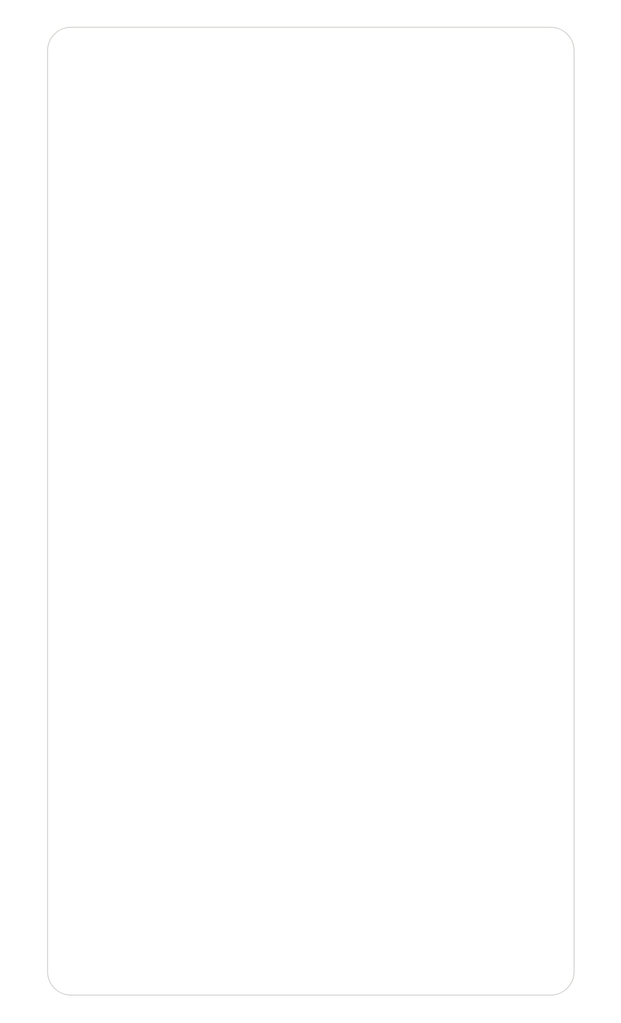
<source format=kicad_pcb>
(kicad_pcb (version 20171130) (host pcbnew "(5.1.9)-1")

  (general
    (thickness 1.6)
    (drawings 8)
    (tracks 0)
    (zones 0)
    (modules 4)
    (nets 1)
  )

  (page A4)
  (layers
    (0 F.Cu signal)
    (31 B.Cu signal)
    (32 B.Adhes user)
    (33 F.Adhes user)
    (34 B.Paste user)
    (35 F.Paste user)
    (36 B.SilkS user)
    (37 F.SilkS user)
    (38 B.Mask user)
    (39 F.Mask user)
    (40 Dwgs.User user)
    (41 Cmts.User user)
    (42 Eco1.User user)
    (43 Eco2.User user)
    (44 Edge.Cuts user)
    (45 Margin user)
    (46 B.CrtYd user)
    (47 F.CrtYd user)
    (48 B.Fab user)
    (49 F.Fab user)
  )

  (setup
    (last_trace_width 0.25)
    (user_trace_width 0.4)
    (user_trace_width 0.75)
    (user_trace_width 1)
    (user_trace_width 5)
    (trace_clearance 0.2)
    (zone_clearance 0.254)
    (zone_45_only no)
    (trace_min 0.2)
    (via_size 0.8)
    (via_drill 0.4)
    (via_min_size 0.4)
    (via_min_drill 0.3)
    (uvia_size 0.3)
    (uvia_drill 0.1)
    (uvias_allowed no)
    (uvia_min_size 0.2)
    (uvia_min_drill 0.1)
    (edge_width 0.05)
    (segment_width 0.2)
    (pcb_text_width 0.3)
    (pcb_text_size 1.5 1.5)
    (mod_edge_width 0.12)
    (mod_text_size 1 1)
    (mod_text_width 0.15)
    (pad_size 1.7 1.7)
    (pad_drill 1)
    (pad_to_mask_clearance 0)
    (aux_axis_origin 0 0)
    (visible_elements 7FFFFFFF)
    (pcbplotparams
      (layerselection 0x010fc_ffffffff)
      (usegerberextensions false)
      (usegerberattributes true)
      (usegerberadvancedattributes true)
      (creategerberjobfile true)
      (excludeedgelayer true)
      (linewidth 0.100000)
      (plotframeref false)
      (viasonmask false)
      (mode 1)
      (useauxorigin false)
      (hpglpennumber 1)
      (hpglpenspeed 20)
      (hpglpendiameter 15.000000)
      (psnegative false)
      (psa4output false)
      (plotreference true)
      (plotvalue true)
      (plotinvisibletext false)
      (padsonsilk false)
      (subtractmaskfromsilk false)
      (outputformat 1)
      (mirror false)
      (drillshape 0)
      (scaleselection 1)
      (outputdirectory "gerber-top/"))
  )

  (net 0 "")

  (net_class Default "This is the default net class."
    (clearance 0.2)
    (trace_width 0.25)
    (via_dia 0.8)
    (via_drill 0.4)
    (uvia_dia 0.3)
    (uvia_drill 0.1)
  )

  (module MountingHole:MountingHole_2.2mm_M2 (layer F.Cu) (tedit 56D1B4CB) (tstamp 60A198E4)
    (at 137.4394 139.192)
    (descr "Mounting Hole 2.2mm, no annular, M2")
    (tags "mounting hole 2.2mm no annular m2")
    (path /605873F3)
    (attr virtual)
    (fp_text reference H3 (at 0 -3.2) (layer F.SilkS) hide
      (effects (font (size 1 1) (thickness 0.15)))
    )
    (fp_text value MountingHole (at 0 3.2) (layer F.Fab)
      (effects (font (size 1 1) (thickness 0.15)))
    )
    (fp_circle (center 0 0) (end 2.45 0) (layer F.CrtYd) (width 0.05))
    (fp_circle (center 0 0) (end 2.2 0) (layer Cmts.User) (width 0.15))
    (fp_text user %R (at 0.3 0) (layer F.Fab)
      (effects (font (size 1 1) (thickness 0.15)))
    )
    (pad 1 np_thru_hole circle (at 0 0) (size 2.2 2.2) (drill 2.2) (layers *.Cu *.Mask))
  )

  (module MountingHole:MountingHole_2.2mm_M2 (layer F.Cu) (tedit 56D1B4CB) (tstamp 60A198DD)
    (at 160.8328 91.7194 180)
    (descr "Mounting Hole 2.2mm, no annular, M2")
    (tags "mounting hole 2.2mm no annular m2")
    (path /6056FCE4)
    (attr virtual)
    (fp_text reference H2 (at 0 -3.2) (layer F.SilkS) hide
      (effects (font (size 1 1) (thickness 0.15)))
    )
    (fp_text value MountingHole (at 0 3.2) (layer F.Fab)
      (effects (font (size 1 1) (thickness 0.15)))
    )
    (fp_circle (center 0 0) (end 2.45 0) (layer F.CrtYd) (width 0.05))
    (fp_circle (center 0 0) (end 2.2 0) (layer Cmts.User) (width 0.15))
    (fp_text user %R (at 0.3 0) (layer F.Fab)
      (effects (font (size 1 1) (thickness 0.15)))
    )
    (pad 1 np_thru_hole circle (at 0 0 180) (size 2.2 2.2) (drill 2.2) (layers *.Cu *.Mask))
  )

  (module MountingHole:MountingHole_2.2mm_M2 (layer F.Cu) (tedit 56D1B4CB) (tstamp 60A198D6)
    (at 137.4394 91.7194 180)
    (descr "Mounting Hole 2.2mm, no annular, M2")
    (tags "mounting hole 2.2mm no annular m2")
    (path /6056E5FB)
    (attr virtual)
    (fp_text reference H1 (at 0 -3.2) (layer F.SilkS) hide
      (effects (font (size 1 1) (thickness 0.15)))
    )
    (fp_text value MountingHole (at 0 3.2) (layer F.Fab)
      (effects (font (size 1 1) (thickness 0.15)))
    )
    (fp_circle (center 0 0) (end 2.45 0) (layer F.CrtYd) (width 0.05))
    (fp_circle (center 0 0) (end 2.2 0) (layer Cmts.User) (width 0.15))
    (fp_text user %R (at 0.3 0) (layer F.Fab)
      (effects (font (size 1 1) (thickness 0.15)))
    )
    (pad 1 np_thru_hole circle (at 0 0 180) (size 2.2 2.2) (drill 2.2) (layers *.Cu *.Mask))
  )

  (module MountingHole:MountingHole_2.2mm_M2 (layer F.Cu) (tedit 56D1B4CB) (tstamp 60A198CF)
    (at 160.8582 139.2174)
    (descr "Mounting Hole 2.2mm, no annular, M2")
    (tags "mounting hole 2.2mm no annular m2")
    (path /605875BF)
    (attr virtual)
    (fp_text reference H4 (at 0 -3.2) (layer F.SilkS) hide
      (effects (font (size 1 1) (thickness 0.15)))
    )
    (fp_text value MountingHole (at 0 3.2) (layer F.Fab)
      (effects (font (size 1 1) (thickness 0.15)))
    )
    (fp_circle (center 0 0) (end 2.45 0) (layer F.CrtYd) (width 0.05))
    (fp_circle (center 0 0) (end 2.2 0) (layer Cmts.User) (width 0.15))
    (fp_text user %R (at 0.3 0) (layer F.Fab)
      (effects (font (size 1 1) (thickness 0.15)))
    )
    (pad 1 np_thru_hole circle (at 0 0) (size 2.2 2.2) (drill 2.2) (layers *.Cu *.Mask))
  )

  (gr_arc (start 136.144 90.424) (end 136.144 89.154) (angle -90) (layer Edge.Cuts) (width 0.05) (tstamp 60A198F2))
  (gr_line (start 162.179 89.154) (end 136.144 89.154) (layer Edge.Cuts) (width 0.05) (tstamp 60A198F1))
  (gr_line (start 134.874 90.424) (end 134.874 140.462) (layer Edge.Cuts) (width 0.05) (tstamp 60A198F0))
  (gr_line (start 163.449 140.462) (end 163.449 90.424) (layer Edge.Cuts) (width 0.05) (tstamp 60A198EF))
  (gr_arc (start 162.179 140.462) (end 162.179 141.732) (angle -90) (layer Edge.Cuts) (width 0.05) (tstamp 60A198EE))
  (gr_arc (start 136.144 140.462) (end 134.874 140.462) (angle -90) (layer Edge.Cuts) (width 0.05) (tstamp 60A198ED))
  (gr_line (start 136.144 141.732) (end 162.179 141.732) (layer Edge.Cuts) (width 0.05) (tstamp 60A198EC))
  (gr_arc (start 162.179 90.424) (end 163.449 90.424) (angle -90) (layer Edge.Cuts) (width 0.05) (tstamp 60A198EB))

)

</source>
